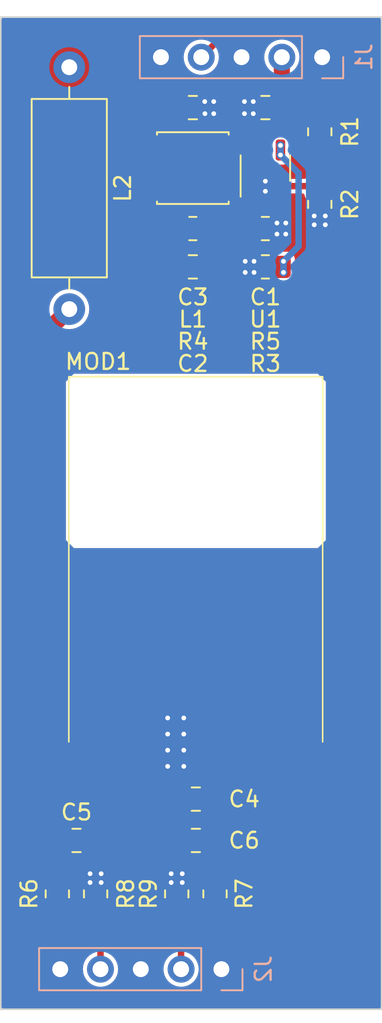
<source format=kicad_pcb>
(kicad_pcb (version 20221018) (generator pcbnew)
  (layers (0 "F.Cu" signal) (31 "B.Cu" signal) (34 "B.Paste" user) (35 "F.Paste" user) (36 "B.SilkS" user "B.Silkscreen") (37 "F.SilkS" user "F.Silkscreen") (38 "B.Mask" user) (39 "F.Mask" user) (44 "Edge.Cuts" user))
  (net 0 "")
  (net 1 "/BT+")
  (net 2 "GND")
  (net 3 "Net-(C2-Pad1)")
  (net 4 "Net-(U1-FB)")
  (net 5 "+5V")
  (net 6 "Net-(MOD1-R)")
  (net 7 "Net-(C5-Pad2)")
  (net 8 "Net-(C6-Pad1)")
  (net 9 "Net-(MOD1-L)")
  (net 10 "/EN")
  (net 11 "/L OUT")
  (net 12 "/R OUT")
  (net 13 "Net-(U1-SW)")
  (net 14 "Net-(U1-ISET)")
  (footprint "Resistor_SMD:R_0805_2012Metric_Pad1.20x1.40mm_HandSolder" (layer "F.Cu") (at 120.106251 61.798 90)
    (fp_text reference "R2" (at 0 1.905 90) (layer "F.SilkS"))
    (fp_text value "*")
    (fp_line (start -0.227064 -0.735) (end 0.227064 -0.735) (stroke (width 0.12)) (layer "F.SilkS"))
    (fp_line (start -0.227064 0.735) (end 0.227064 0.735) (stroke (width 0.12)) (layer "F.SilkS"))
    (pad "1" smd roundrect (at -1 0 90) (size 1.2 1.4) (layers "F.Cu" "F.Paste" "F.Mask") (roundrect_rratio 0.2083333333) (net 2 "GND"))
    (pad "2" smd roundrect (at 1 0 90) (size 1.2 1.4) (layers "F.Cu" "F.Paste" "F.Mask") (roundrect_rratio 0.2083333333) (net 10 "/EN"))
  )
  (footprint "Package_TO_SOT_SMD:SOT-23-6" (layer "F.Cu") (at 116.677251 59.512 90)
    (fp_text reference "U1" (at -9.525 0) (layer "F.SilkS"))
    (fp_text value "RT6208")
    (fp_line (start 0 -1.56) (end -1.8 -1.56) (stroke (width 0.12)) (layer "F.SilkS"))
    (fp_line (start 0 -1.56) (end 0.8 -1.56) (stroke (width 0.12)) (layer "F.SilkS"))
    (fp_line (start 0 1.56) (end -0.8 1.56) (stroke (width 0.12)) (layer "F.SilkS"))
    (fp_line (start 0 1.56) (end 0.8 1.56) (stroke (width 0.12)) (layer "F.SilkS"))
    (pad "1" smd roundrect (at -1.1375 -0.95 90) (size 1.325 0.6) (layers "F.Cu" "F.Paste" "F.Mask") (net 4 "Net-(U1-FB)"))
    (pad "2" smd roundrect (at -1.1375 0 90) (size 1.325 0.6) (layers "F.Cu" "F.Paste" "F.Mask") (net 2 "GND"))
    (pad "3" smd roundrect (at -1.1375 0.95 90) (size 1.325 0.6) (layers "F.Cu" "F.Paste" "F.Mask") (net 10 "/EN"))
    (pad "4" smd roundrect (at 1.1375 0.95 90) (size 1.325 0.6) (layers "F.Cu" "F.Paste" "F.Mask") (net 14 "Net-(U1-ISET)"))
    (pad "5" smd roundrect (at 1.1375 0 90) (size 1.325 0.6) (layers "F.Cu" "F.Paste" "F.Mask") (net 1 "/BT+"))
    (pad "6" smd roundrect (at 1.1375 -0.95 90) (size 1.325 0.6) (layers "F.Cu" "F.Paste" "F.Mask") (net 13 "Net-(U1-SW)"))
  )
  (footprint "Inductor_THT:L_Axial_L11.0mm_D4.5mm_P15.24mm_Horizontal_Fastron_MECC" (layer "F.Cu") (at 104.316251 53.157 -90)
    (fp_text reference "L2" (at 7.62 -3.37 90) (layer "F.SilkS"))
    (fp_text value "TBD")
    (fp_line (start 1.24 0) (end 2 0) (stroke (width 0.12)) (layer "F.SilkS"))
    (fp_line (start 2 -2.37) (end 2 2.37) (stroke (width 0.12)) (layer "F.SilkS"))
    (fp_line (start 2 2.37) (end 13.24 2.37) (stroke (width 0.12)) (layer "F.SilkS"))
    (fp_line (start 13.24 -2.37) (end 2 -2.37) (stroke (width 0.12)) (layer "F.SilkS"))
    (fp_line (start 13.24 2.37) (end 13.24 -2.37) (stroke (width 0.12)) (layer "F.SilkS"))
    (fp_line (start 14 0) (end 13.24 0) (stroke (width 0.12)) (layer "F.SilkS"))
    (pad "1" thru_hole circle (at 0 0 270) (size 2 2) (drill 1) (layers "*.Cu" "*.Mask") (net 3 "Net-(C2-Pad1)"))
    (pad "2" thru_hole oval (at 15.24 0 270) (size 2 2) (drill 1) (layers "*.Cu" "*.Mask") (net 5 "+5V"))
  )
  (footprint "Capacitor_SMD:C_0805_2012Metric_Pad1.18x1.45mm_HandSolder" (layer "F.Cu") (at 112.295751 99.263 180)
    (fp_text reference "C4" (at -3.048 0) (layer "F.SilkS"))
    (fp_text value "10µF")
    (fp_line (start -0.261252 -0.735) (end 0.261252 -0.735) (stroke (width 0.12)) (layer "F.SilkS"))
    (fp_line (start -0.261252 0.735) (end 0.261252 0.735) (stroke (width 0.12)) (layer "F.SilkS"))
    (pad "1" smd roundrect (at -1.0375 0 180) (size 1.175 1.45) (layers "F.Cu" "F.Paste" "F.Mask") (roundrect_rratio 0.2127659574) (net 5 "+5V"))
    (pad "2" smd roundrect (at 1.0375 0 180) (size 1.175 1.45) (layers "F.Cu" "F.Paste" "F.Mask") (roundrect_rratio 0.2127659574) (net 2 "GND"))
  )
  (footprint "Resistor_SMD:R_0805_2012Metric_Pad1.20x1.40mm_HandSolder" (layer "F.Cu") (at 116.677251 65.735)
    (fp_text reference "R3" (at 0 6.096) (layer "F.SilkS"))
    (fp_text value "#")
    (fp_line (start -0.227064 -0.735) (end 0.227064 -0.735) (stroke (width 0.12)) (layer "F.SilkS"))
    (fp_line (start -0.227064 0.735) (end 0.227064 0.735) (stroke (width 0.12)) (layer "F.SilkS"))
    (pad "1" smd roundrect (at -1 0) (size 1.2 1.4) (layers "F.Cu" "F.Paste" "F.Mask") (roundrect_rratio 0.2083333333) (net 2 "GND"))
    (pad "2" smd roundrect (at 1 0) (size 1.2 1.4) (layers "F.Cu" "F.Paste" "F.Mask") (roundrect_rratio 0.2083333333) (net 14 "Net-(U1-ISET)"))
  )
  (footprint "Resistor_SMD:R_0805_2012Metric_Pad1.20x1.40mm_HandSolder" (layer "F.Cu") (at 120.106251 57.226 90)
    (fp_text reference "R1" (at 0 1.905 90) (layer "F.SilkS"))
    (fp_text value "*")
    (fp_line (start -0.227064 -0.735) (end 0.227064 -0.735) (stroke (width 0.12)) (layer "F.SilkS"))
    (fp_line (start -0.227064 0.735) (end 0.227064 0.735) (stroke (width 0.12)) (layer "F.SilkS"))
    (pad "1" smd roundrect (at -1 0 90) (size 1.2 1.4) (layers "F.Cu" "F.Paste" "F.Mask") (roundrect_rratio 0.2083333333) (net 10 "/EN"))
    (pad "2" smd roundrect (at 1 0 90) (size 1.2 1.4) (layers "F.Cu" "F.Paste" "F.Mask") (roundrect_rratio 0.2083333333) (net 1 "/BT+"))
  )
  (footprint "Inductor_SMD:L_Changjiang_FNR4026S" (layer "F.Cu") (at 112.105251 59.512 180)
    (fp_text reference "L1" (at 0 -9.525) (layer "F.SilkS"))
    (fp_text value "100µH")
    (fp_line (start -2.26 -2.26) (end -2.26 -2.11) (stroke (width 0.12)) (layer "F.SilkS"))
    (fp_line (start -2.26 -2.26) (end 2.26 -2.26) (stroke (width 0.12)) (layer "F.SilkS"))
    (fp_line (start -2.26 2.26) (end -2.26 2.11) (stroke (width 0.12)) (layer "F.SilkS"))
    (fp_line (start -2.26 2.26) (end 2.26 2.26) (stroke (width 0.12)) (layer "F.SilkS"))
    (fp_line (start 2.26 -2.26) (end 2.26 -2.11) (stroke (width 0.12)) (layer "F.SilkS"))
    (fp_line (start 2.26 2.26) (end 2.26 2.11) (stroke (width 0.12)) (layer "F.SilkS"))
    (pad "1" smd rect (at -1.5 0 180) (size 1.1 3.7) (layers "F.Cu" "F.Paste" "F.Mask") (net 13 "Net-(U1-SW)"))
    (pad "2" smd rect (at 1.5 0 180) (size 1.1 3.7) (layers "F.Cu" "F.Paste" "F.Mask") (net 3 "Net-(C2-Pad1)"))
  )
  (footprint "Resistor_SMD:R_0805_2012Metric_Pad1.20x1.40mm_HandSolder" (layer "F.Cu") (at 113.502251 105.232 90)
    (fp_text reference "R7" (at 0 1.8415 90) (layer "F.SilkS"))
    (fp_text value "TBD")
    (fp_line (start -0.227064 -0.735) (end 0.227064 -0.735) (stroke (width 0.12)) (layer "F.SilkS"))
    (fp_line (start -0.227064 0.735) (end 0.227064 0.735) (stroke (width 0.12)) (layer "F.SilkS"))
    (pad "1" smd roundrect (at -1 0 90) (size 1.2 1.4) (layers "F.Cu" "F.Paste" "F.Mask") (roundrect_rratio 0.2083333333) (net 11 "/L OUT"))
    (pad "2" smd roundrect (at 1 0 90) (size 1.2 1.4) (layers "F.Cu" "F.Paste" "F.Mask") (roundrect_rratio 0.2083333333) (net 8 "Net-(C6-Pad1)"))
  )
  (footprint "Resistor_SMD:R_0805_2012Metric_Pad1.20x1.40mm_HandSolder" (layer "F.Cu") (at 111.089251 105.232 -90)
    (fp_text reference "R9" (at 0 1.778 90) (layer "F.SilkS"))
    (fp_text value "22K")
    (fp_line (start -0.227064 -0.735) (end 0.227064 -0.735) (stroke (width 0.12)) (layer "F.SilkS"))
    (fp_line (start -0.227064 0.735) (end 0.227064 0.735) (stroke (width 0.12)) (layer "F.SilkS"))
    (pad "1" smd roundrect (at -1 0 270) (size 1.2 1.4) (layers "F.Cu" "F.Paste" "F.Mask") (roundrect_rratio 0.2083333333) (net 2 "GND"))
    (pad "2" smd roundrect (at 1 0 270) (size 1.2 1.4) (layers "F.Cu" "F.Paste" "F.Mask") (roundrect_rratio 0.2083333333) (net 11 "/L OUT"))
  )
  (footprint "Resistor_SMD:R_0805_2012Metric_Pad1.20x1.40mm_HandSolder" (layer "F.Cu") (at 105.977501 105.232 -90)
    (fp_text reference "R8" (at 0 -1.905 90) (layer "F.SilkS"))
    (fp_text value "22K")
    (fp_line (start -0.227064 -0.735) (end 0.227064 -0.735) (stroke (width 0.12)) (layer "F.SilkS"))
    (fp_line (start -0.227064 0.735) (end 0.227064 0.735) (stroke (width 0.12)) (layer "F.SilkS"))
    (pad "1" smd roundrect (at -1 0 270) (size 1.2 1.4) (layers "F.Cu" "F.Paste" "F.Mask") (roundrect_rratio 0.2083333333) (net 2 "GND"))
    (pad "2" smd roundrect (at 1 0 270) (size 1.2 1.4) (layers "F.Cu" "F.Paste" "F.Mask") (roundrect_rratio 0.2083333333) (net 12 "/R OUT"))
  )
  (footprint "Capacitor_SMD:C_0805_2012Metric_Pad1.18x1.45mm_HandSolder" (layer "F.Cu") (at 104.771001 101.8665 180)
    (fp_text reference "C5" (at 0 1.778) (layer "F.SilkS"))
    (fp_text value "10µF")
    (fp_line (start -0.261252 -0.735) (end 0.261252 -0.735) (stroke (width 0.12)) (layer "F.SilkS"))
    (fp_line (start -0.261252 0.735) (end 0.261252 0.735) (stroke (width 0.12)) (layer "F.SilkS"))
    (pad "1" smd roundrect (at -1.0375 0 180) (size 1.175 1.45) (layers "F.Cu" "F.Paste" "F.Mask") (roundrect_rratio 0.2127659574) (net 6 "Net-(MOD1-R)"))
    (pad "2" smd roundrect (at 1.0375 0 180) (size 1.175 1.45) (layers "F.Cu" "F.Paste" "F.Mask") (roundrect_rratio 0.2127659574) (net 7 "Net-(C5-Pad2)"))
  )
  (footprint "Capacitor_SMD:C_0805_2012Metric_Pad1.18x1.45mm_HandSolder" (layer "F.Cu") (at 112.105251 55.702)
    (fp_text reference "C3" (at 0 11.938) (layer "F.SilkS"))
    (fp_text value "10µF")
    (fp_line (start -0.261252 -0.735) (end 0.261252 -0.735) (stroke (width 0.12)) (layer "F.SilkS"))
    (fp_line (start -0.261252 0.735) (end 0.261252 0.735) (stroke (width 0.12)) (layer "F.SilkS"))
    (pad "1" smd roundrect (at -1.0375 0) (size 1.175 1.45) (layers "F.Cu" "F.Paste" "F.Mask") (roundrect_rratio 0.2127659574) (net 3 "Net-(C2-Pad1)"))
    (pad "2" smd roundrect (at 1.0375 0) (size 1.175 1.45) (layers "F.Cu" "F.Paste" "F.Mask") (roundrect_rratio 0.2127659574) (net 2 "GND"))
  )
  (footprint "Resistor_SMD:R_0805_2012Metric_Pad1.20x1.40mm_HandSolder" (layer "F.Cu") (at 116.677251 63.322 180)
    (fp_text reference "R5" (at 0 -7.112) (layer "F.SilkS"))
    (fp_text value "24K")
    (fp_line (start -0.227064 -0.735) (end 0.227064 -0.735) (stroke (width 0.12)) (layer "F.SilkS"))
    (fp_line (start -0.227064 0.735) (end 0.227064 0.735) (stroke (width 0.12)) (layer "F.SilkS"))
    (pad "1" smd roundrect (at -1 0 180) (size 1.2 1.4) (layers "F.Cu" "F.Paste" "F.Mask") (roundrect_rratio 0.2083333333) (net 2 "GND"))
    (pad "2" smd roundrect (at 1 0 180) (size 1.2 1.4) (layers "F.Cu" "F.Paste" "F.Mask") (roundrect_rratio 0.2083333333) (net 4 "Net-(U1-FB)"))
  )
  (footprint "Resistor_SMD:R_0805_2012Metric_Pad1.20x1.40mm_HandSolder" (layer "F.Cu") (at 103.564501 105.232 90)
    (fp_text reference "R6" (at 0 -1.778 90) (layer "F.SilkS"))
    (fp_text value "TBD")
    (fp_line (start -0.227064 -0.735) (end 0.227064 -0.735) (stroke (width 0.12)) (layer "F.SilkS"))
    (fp_line (start -0.227064 0.735) (end 0.227064 0.735) (stroke (width 0.12)) (layer "F.SilkS"))
    (pad "1" smd roundrect (at -1 0 90) (size 1.2 1.4) (layers "F.Cu" "F.Paste" "F.Mask") (roundrect_rratio 0.2083333333) (net 12 "/R OUT"))
    (pad "2" smd roundrect (at 1 0 90) (size 1.2 1.4) (layers "F.Cu" "F.Paste" "F.Mask") (roundrect_rratio 0.2083333333) (net 7 "Net-(C5-Pad2)"))
  )
  (footprint "Capacitor_SMD:C_0805_2012Metric_Pad1.18x1.45mm_HandSolder" (layer "F.Cu") (at 116.677251 55.702 180)
    (fp_text reference "C1" (at 0 -11.938) (layer "F.SilkS"))
    (fp_text value "10µF")
    (fp_line (start -0.261252 -0.735) (end 0.261252 -0.735) (stroke (width 0.12)) (layer "F.SilkS"))
    (fp_line (start -0.261252 0.735) (end 0.261252 0.735) (stroke (width 0.12)) (layer "F.SilkS"))
    (pad "1" smd roundrect (at -1.0375 0 180) (size 1.175 1.45) (layers "F.Cu" "F.Paste" "F.Mask") (roundrect_rratio 0.2127659574) (net 1 "/BT+"))
    (pad "2" smd roundrect (at 1.0375 0 180) (size 1.175 1.45) (layers "F.Cu" "F.Paste" "F.Mask") (roundrect_rratio 0.2127659574) (net 2 "GND"))
  )
  (footprint "Resistor_SMD:R_0805_2012Metric_Pad1.20x1.40mm_HandSolder" (layer "F.Cu") (at 112.105251 63.322 180)
    (fp_text reference "R4" (at 0 -7.112) (layer "F.SilkS"))
    (fp_text value "126K")
    (fp_line (start -0.227064 -0.735) (end 0.227064 -0.735) (stroke (width 0.12)) (layer "F.SilkS"))
    (fp_line (start -0.227064 0.735) (end 0.227064 0.735) (stroke (width 0.12)) (layer "F.SilkS"))
    (pad "1" smd roundrect (at -1 0 180) (size 1.2 1.4) (layers "F.Cu" "F.Paste" "F.Mask") (roundrect_rratio 0.2083333333) (net 4 "Net-(U1-FB)"))
    (pad "2" smd roundrect (at 1 0 180) (size 1.2 1.4) (layers "F.Cu" "F.Paste" "F.Mask") (roundrect_rratio 0.2083333333) (net 3 "Net-(C2-Pad1)"))
  )
  (footprint "Capacitor_SMD:C_0805_2012Metric_Pad1.18x1.45mm_HandSolder" (layer "F.Cu") (at 112.295751 101.8665 180)
    (fp_text reference "C6" (at -3.048 0) (layer "F.SilkS"))
    (fp_text value "10µF")
    (fp_line (start -0.261252 -0.735) (end 0.261252 -0.735) (stroke (width 0.12)) (layer "F.SilkS"))
    (fp_line (start -0.261252 0.735) (end 0.261252 0.735) (stroke (width 0.12)) (layer "F.SilkS"))
    (pad "1" smd roundrect (at -1.0375 0 180) (size 1.175 1.45) (layers "F.Cu" "F.Paste" "F.Mask") (roundrect_rratio 0.2127659574) (net 8 "Net-(C6-Pad1)"))
    (pad "2" smd roundrect (at 1.0375 0 180) (size 1.175 1.45) (layers "F.Cu" "F.Paste" "F.Mask") (roundrect_rratio 0.2127659574) (net 9 "Net-(MOD1-L)"))
  )
  (footprint "Capacitor_SMD:C_0805_2012Metric_Pad1.18x1.45mm_HandSolder" (layer "F.Cu") (at 112.105251 65.735)
    (fp_text reference "C2" (at 0 6.096) (layer "F.SilkS"))
    (fp_text value "150pF")
    (fp_line (start -0.261252 -0.735) (end 0.261252 -0.735) (stroke (width 0.12)) (layer "F.SilkS"))
    (fp_line (start -0.261252 0.735) (end 0.261252 0.735) (stroke (width 0.12)) (layer "F.SilkS"))
    (pad "1" smd roundrect (at -1.0375 0) (size 1.175 1.45) (layers "F.Cu" "F.Paste" "F.Mask") (roundrect_rratio 0.2127659574) (net 3 "Net-(C2-Pad1)"))
    (pad "2" smd roundrect (at 1.0375 0) (size 1.175 1.45) (layers "F.Cu" "F.Paste" "F.Mask") (roundrect_rratio 0.2127659574) (net 4 "Net-(U1-FB)"))
  )
  (footprint "My_Footprints:MH-M18" (layer "F.Cu") (at 112.288001 84.1555)
    (fp_text reference "MOD1" (at -6.15175 -12.4515 unlocked) (layer "F.SilkS"))
    (fp_text value "MH-M18")
    (fp_line (start -8 -11.5) (end 0 -11.5) (stroke (width 0.1)) (layer "F.SilkS"))
    (fp_line (start -8 11.5) (end -8 -11.5) (stroke (width 0.1)) (layer "F.SilkS"))
    (fp_line (start 0 -11.5) (end 8 -11.5) (stroke (width 0.1)) (layer "F.SilkS"))
    (fp_line (start 8 -11.5) (end 8 11.5) (stroke (width 0.1)) (layer "F.SilkS"))
    (pad "1" smd roundrect (at -6.35 11.5 90) (size 4 2) (layers "F.Cu" "F.Paste" "F.Mask") (net 6 "Net-(MOD1-R)"))
    (pad "2" smd roundrect (at -3.81 11.5 90) (size 4 2) (layers "F.Cu" "F.Paste" "F.Mask") (net 9 "Net-(MOD1-L)"))
    (pad "3" smd roundrect (at -1.27 11.5 90) (size 4 2) (layers "F.Cu" "F.Paste" "F.Mask") (net 2 "GND"))
    (pad "4" smd roundrect (at 1.27 11.5 90) (size 4 2) (layers "F.Cu" "F.Paste" "F.Mask") (net 5 "+5V"))
    (pad "5" smd roundrect (at 3.81 11.5 90) (size 4 2) (layers "F.Cu" "F.Paste" "F.Mask"))
    (pad "6" smd roundrect (at 6.35 11.5 90) (size 4 2) (layers "F.Cu" "F.Paste" "F.Mask"))
  )
  (footprint "Connector_PinHeader_2.54mm:PinHeader_1x05_P2.54mm_Vertical" (layer "B.Cu") (at 120.255 52.525 90)
    (fp_text reference "J1" (at 0.002 2.645251 90) (layer "B.SilkS") (effects (justify mirror)))
    (fp_text value "BT Power")
    (fp_line (start -1.33 -11.49) (end 1.33 -11.49) (stroke (width 0.12)) (layer "B.SilkS"))
    (fp_line (start -1.33 -1.27) (end -1.33 -11.49) (stroke (width 0.12)) (layer "B.SilkS"))
    (fp_line (start -1.33 -1.27) (end 1.33 -1.27) (stroke (width 0.12)) (layer "B.SilkS"))
    (fp_line (start -1.33 0) (end -1.33 1.33) (stroke (width 0.12)) (layer "B.SilkS"))
    (fp_line (start -1.33 1.33) (end 0 1.33) (stroke (width 0.12)) (layer "B.SilkS"))
    (fp_line (start 1.33 -1.27) (end 1.33 -11.49) (stroke (width 0.12)) (layer "B.SilkS"))
    (pad "1" thru_hole rect (at 0 0 90) (size 1.7 1.7) (drill 1) (layers "*.Cu" "*.Mask") (net 2 "GND"))
    (pad "2" thru_hole oval (at 0 -2.54 90) (size 1.7 1.7) (drill 1) (layers "*.Cu" "*.Mask") (net 1 "/BT+"))
    (pad "3" thru_hole oval (at 0 -5.08 90) (size 1.7 1.7) (drill 1) (layers "*.Cu" "*.Mask") (net 2 "GND"))
    (pad "4" thru_hole oval (at 0 -7.62 90) (size 1.7 1.7) (drill 1) (layers "*.Cu" "*.Mask") (net 10 "/EN"))
    (pad "5" thru_hole oval (at 0 -10.16 90) (size 1.7 1.7) (drill 1) (layers "*.Cu" "*.Mask") (net 2 "GND"))
  )
  (footprint "Connector_PinHeader_2.54mm:PinHeader_1x05_P2.54mm_Vertical" (layer "B.Cu") (at 113.905 109.975 90)
    (fp_text reference "J2" (at 0 2.645251 90) (layer "B.SilkS") (effects (justify mirror)))
    (fp_text value "BT Audio")
    (fp_line (start -1.33 -11.49) (end 1.33 -11.49) (stroke (width 0.12)) (layer "B.SilkS"))
    (fp_line (start -1.33 -1.27) (end -1.33 -11.49) (stroke (width 0.12)) (layer "B.SilkS"))
    (fp_line (start -1.33 -1.27) (end 1.33 -1.27) (stroke (width 0.12)) (layer "B.SilkS"))
    (fp_line (start -1.33 0) (end -1.33 1.33) (stroke (width 0.12)) (layer "B.SilkS"))
    (fp_line (start -1.33 1.33) (end 0 1.33) (stroke (width 0.12)) (layer "B.SilkS"))
    (fp_line (start 1.33 -1.27) (end 1.33 -11.49) (stroke (width 0.12)) (layer "B.SilkS"))
    (pad "1" thru_hole rect (at 0 0 90) (size 1.7 1.7) (drill 1) (layers "*.Cu" "*.Mask") (net 2 "GND"))
    (pad "2" thru_hole oval (at 0 -2.54 90) (size 1.7 1.7) (drill 1) (layers "*.Cu" "*.Mask") (net 11 "/L OUT"))
    (pad "3" thru_hole oval (at 0 -5.08 90) (size 1.7 1.7) (drill 1) (layers "*.Cu" "*.Mask") (net 2 "GND"))
    (pad "4" thru_hole oval (at 0 -7.62 90) (size 1.7 1.7) (drill 1) (layers "*.Cu" "*.Mask") (net 12 "/R OUT"))
    (pad "5" thru_hole oval (at 0 -10.16 90) (size 1.7 1.7) (drill 1) (layers "*.Cu" "*.Mask") (net 2 "GND"))
  )
  (gr_line (start 124 50) (end 124 112.5) (stroke (width 0.1)) (layer "Edge.Cuts"))
  (gr_line (start 100 112.5) (end 100 50) (stroke (width 0.1)) (layer "Edge.Cuts"))
  (gr_line (start 124 112.5) (end 100 112.5) (stroke (width 0.1)) (layer "Edge.Cuts"))
  (gr_line (start 100 50) (end 124 50) (stroke (width 0.1)) (layer "Edge.Cuts"))
  (segment (start 117.715 55.701751) (end 117.714751 55.702) (width 1.016) (layer "F.Cu") (net 1))
  (segment (start 117.715 52.525) (end 117.715 55.701751) (width 1.016) (layer "F.Cu") (net 1))
  (segment (start 111.258251 99.263) (end 111.258251 95.89575) (width 1.016) (layer "F.Cu") (net 2))
  (segment (start 111.258251 95.89575) (end 111.018001 95.6555) (width 1.016) (layer "F.Cu") (net 2))
  (via (at 115.407251 65.38575) (size 0.5) (drill 0.3) (layers "F.Cu" "B.Cu") (net 2))
  (via (at 119.757001 63.083875) (size 0.5) (drill 0.3) (layers "F.Cu" "B.Cu") (net 2))
  (via (at 115.915251 56.083) (size 0.5) (drill 0.3) (layers "F.Cu" "B.Cu") (net 2))
  (via (at 112.867251 56.083) (size 0.5) (drill 0.3) (layers "F.Cu" "B.Cu") (net 2))
  (via (at 106.326751 103.962) (size 0.5) (drill 0.3) (layers "F.Cu" "B.Cu") (net 2))
  (via (at 115.962876 65.38575) (size 0.5) (drill 0.3) (layers "F.Cu" "B.Cu") (net 2))
  (via (at 111.533751 94.15125) (size 0.5) (drill 0.3) (layers "F.Cu" "B.Cu") (net 2))
  (via (at 115.359626 55.321) (size 0.5) (drill 0.3) (layers "F.Cu" "B.Cu") (net 2))
  (via (at 112.855251 55.321) (size 0.5) (drill 0.3) (layers "F.Cu" "B.Cu") (net 2))
  (via (at 119.757001 62.52825) (size 0.5) (drill 0.3) (layers "F.Cu" "B.Cu") (net 2))
  (via (at 116.677251 60.3375) (size 0.5) (drill 0.3) (layers "F.Cu" "B.Cu") (net 2))
  (via (at 117.407501 62.97275) (size 0.5) (drill 0.3) (layers "F.Cu" "B.Cu") (net 2))
  (via (at 111.438501 104.517625) (size 0.5) (drill 0.3) (layers "F.Cu" "B.Cu") (net 2))
  (via (at 115.407251 66.08425) (size 0.5) (drill 0.3) (layers "F.Cu" "B.Cu") (net 2))
  (via (at 110.740001 104.517625) (size 0.5) (drill 0.3) (layers "F.Cu" "B.Cu") (net 2))
  (via (at 106.326751 104.517625) (size 0.5) (drill 0.3) (layers "F.Cu" "B.Cu") (net 2))
  (via (at 111.533751 96.18325) (size 0.5) (drill 0.3) (layers "F.Cu" "B.Cu") (net 2))
  (via (at 111.533751 97.19925) (size 0.5) (drill 0.3) (layers "F.Cu" "B.Cu") (net 2))
  (via (at 105.628251 104.517625) (size 0.5) (drill 0.3) (layers "F.Cu" "B.Cu") (net 2))
  (via (at 110.740001 103.962) (size 0.5) (drill 0.3) (layers "F.Cu" "B.Cu") (net 2))
  (via (at 115.915251 55.321) (size 0.5) (drill 0.3) (layers "F.Cu" "B.Cu") (net 2))
  (via (at 111.533751 95.16725) (size 0.5) (drill 0.3) (layers "F.Cu" "B.Cu") (net 2))
  (via (at 120.455501 62.52825) (size 0.5) (drill 0.3) (layers "F.Cu" "B.Cu") (net 2))
  (via (at 117.963126 62.97275) (size 0.5) (drill 0.3) (layers "F.Cu" "B.Cu") (net 2))
  (via (at 110.517751 95.16725) (size 0.5) (drill 0.3) (layers "F.Cu" "B.Cu") (net 2))
  (via (at 116.677251 60.9725) (size 0.5) (drill 0.3) (layers "F.Cu" "B.Cu") (net 2))
  (via (at 113.422876 56.083) (size 0.5) (drill 0.3) (layers "F.Cu" "B.Cu") (net 2))
  (via (at 117.963126 63.67125) (size 0.5) (drill 0.3) (layers "F.Cu" "B.Cu") (net 2))
  (via (at 111.438501 103.962) (size 0.5) (drill 0.3) (layers "F.Cu" "B.Cu") (net 2))
  (via (at 115.962876 66.08425) (size 0.5) (drill 0.3) (layers "F.Cu" "B.Cu") (net 2))
  (via (at 115.359626 56.083) (size 0.5) (drill 0.3) (layers "F.Cu" "B.Cu") (net 2))
  (via (at 110.517751 94.15125) (size 0.5) (drill 0.3) (layers "F.Cu" "B.Cu") (net 2))
  (via (at 110.517751 96.18325) (size 0.5) (drill 0.3) (layers "F.Cu" "B.Cu") (net 2))
  (via (at 110.517751 97.19925) (size 0.5) (drill 0.3) (layers "F.Cu" "B.Cu") (net 2))
  (via (at 120.455501 63.083875) (size 0.5) (drill 0.3) (layers "F.Cu" "B.Cu") (net 2))
  (via (at 117.407501 63.67125) (size 0.5) (drill 0.3) (layers "F.Cu" "B.Cu") (net 2))
  (via (at 105.628251 103.962) (size 0.5) (drill 0.3) (layers "F.Cu" "B.Cu") (net 2))
  (via (at 113.422876 55.321) (size 0.5) (drill 0.3) (layers "F.Cu" "B.Cu") (net 2))
  (segment (start 111.105251 65.6975) (end 111.067751 65.735) (width 0.508) (layer "F.Cu") (net 3))
  (segment (start 115.727251 63.272) (end 115.677251 63.322) (width 0.508) (layer "F.Cu") (net 4))
  (segment (start 113.105251 65.6975) (end 113.142751 65.735) (width 0.508) (layer "F.Cu") (net 4))
  (segment (start 111.977316 85.609565) (end 103.595316 85.609565) (width 1.016) (layer "F.Cu") (net 5))
  (segment (start 113.558001 95.6555) (end 113.558001 87.19025) (width 1.016) (layer "F.Cu") (net 5))
  (segment (start 113.558001 87.19025) (end 111.977316 85.609565) (width 1.016) (layer "F.Cu") (net 5))
  (segment (start 113.333251 99.263) (end 113.333251 95.88025) (width 1.016) (layer "F.Cu") (net 5))
  (segment (start 103.595316 85.609565) (end 102.040501 84.05475) (width 1.016) (layer "F.Cu") (net 5))
  (segment (start 113.333251 95.88025) (end 113.558001 95.6555) (width 1.016) (layer "F.Cu") (net 5))
  (segment (start 102.040501 84.05475) (end 102.040501 70.67275) (width 1.016) (layer "F.Cu") (net 5))
  (segment (start 102.040501 70.67275) (end 104.316251 68.397) (width 1.016) (layer "F.Cu") (net 5))
  (segment (start 105.652251 101.71025) (end 105.808501 101.8665) (width 0.4064) (layer "F.Cu") (net 6))
  (segment (start 105.938001 101.737) (end 105.808501 101.8665) (width 0.4064) (layer "F.Cu") (net 6))
  (segment (start 105.938001 95.6555) (end 105.938001 101.737) (width 0.4064) (layer "F.Cu") (net 6))
  (segment (start 103.733501 104.063) (end 103.564501 104.232) (width 0.4064) (layer "F.Cu") (net 7))
  (segment (start 103.733501 101.8665) (end 103.733501 104.063) (width 0.4064) (layer "F.Cu") (net 7))
  (segment (start 113.333251 104.063) (end 113.502251 104.232) (width 0.4064) (layer "F.Cu") (net 8))
  (segment (start 113.333251 101.8665) (end 113.333251 104.063) (width 0.4064) (layer "F.Cu") (net 8))
  (segment (start 108.478001 95.6555) (end 108.478001 99.08625) (width 0.4064) (layer "F.Cu") (net 9))
  (segment (start 108.478001 99.08625) (end 111.258251 101.8665) (width 0.4064) (layer "F.Cu") (net 9))
  (segment (start 114.12525 51.03475) (end 112.635 52.525) (width 0.4064) (layer "F.Cu") (net 10))
  (segment (start 117.627251 60.6495) (end 119.957751 60.6495) (width 0.4064) (layer "F.Cu") (net 10))
  (segment (start 121.344501 51.03475) (end 114.12525 51.03475) (width 0.4064) (layer "F.Cu") (net 10))
  (segment (start 120.106251 58.226) (end 121.011251 58.226) (width 0.4064) (layer "F.Cu") (net 10))
  (segment (start 120.106251 58.226) (end 120.106251 60.798) (width 0.4064) (layer "F.Cu") (net 10))
  (segment (start 121.789001 51.47925) (end 121.344501 51.03475) (width 0.4064) (layer "F.Cu") (net 10))
  (segment (start 119.957751 60.6495) (end 120.106251 60.798) (width 0.508) (layer "F.Cu") (net 10))
  (segment (start 121.011251 58.226) (end 121.789001 57.44825) (width 0.4064) (layer "F.Cu") (net 10))
  (segment (start 121.789001 57.44825) (end 121.789001 51.47925) (width 0.4064) (layer "F.Cu") (net 10))
  (segment (start 111.365 109.975) (end 111.365 106.507749) (width 0.4064) (layer "F.Cu") (net 11))
  (segment (start 111.089251 106.232) (end 113.502251 106.232) (width 0.4064) (layer "F.Cu") (net 11))
  (segment (start 111.365 106.507749) (end 111.089251 106.232) (width 0.4064) (layer "F.Cu") (net 11))
  (segment (start 103.564501 106.232) (end 105.977501 106.232) (width 0.4064) (layer "F.Cu") (net 12))
  (segment (start 106.285 109.975) (end 106.285 106.539499) (width 0.4064) (layer "F.Cu") (net 12))
  (segment (start 106.285 106.539499) (end 105.977501 106.232) (width 0.4064) (layer "F.Cu") (net 12))
  (via (at 117.820251 66.08425) (size 0.5) (drill 0.3) (layers "F.Cu" "B.Cu") (net 14))
  (via (at 117.629751 58.08325) (size 0.5) (drill 0.3) (layers "F.Cu" "B.Cu") (net 14))
  (via (at 117.820251 65.38575) (size 0.5) (drill 0.3) (layers "F.Cu" "B.Cu") (net 14))
  (via (at 117.629751 58.6865) (size 0.5) (drill 0.3) (layers "F.Cu" "B.Cu") (net 14))
  (segment (start 117.629751 58.08325) (end 117.629751 58.369) (width 0.4064) (layer "B.Cu") (net 14))
  (segment (start 118.772751 59.8295) (end 118.772751 64.43325) (width 0.4064) (layer "B.Cu") (net 14))
  (segment (start 117.629751 58.6865) (end 118.772751 59.8295) (width 0.4064) (layer "B.Cu") (net 14))
  (segment (start 118.772751 64.43325) (end 117.820251 65.38575) (width 0.4064) (layer "B.Cu") (net 14))
  (segment (start 117.820251 65.38575) (end 117.820251 66.08425) (width 0.4064) (layer "B.Cu") (net 14))
  (segment (start 117.629751 58.369) (end 117.629751 58.6865) (width 0.4064) (layer "B.Cu") (net 14))
  (zone (net 3) (net_name "Net-(C2-Pad1)") (layer "F.Cu") (priority 3) (connect_pads yes (clearance 0.254)) (min_thickness 0.254) (fill yes (thermal_gap 0.254) (thermal_bridge_width 0.254) (smoothing fillet) (radius 0.254) (island_removal_mode 1) (island_area_min 9.999999))
    (polygon (pts (xy 111.978251 54.6225) (xy 111.978251 66.84625) (xy 110.105001 66.84625) (xy 110.105001 61.9885) (xy 109.787501 61.671) (xy 102.453251 61.671) (xy 102.453251 51.28875) (xy 106.168001 51.28875) (xy 106.168001 53.6065) (xy 107.184001 54.6225)))
  )
  (zone (net 1) (net_name "/BT+") (layer "F.Cu") (priority 3) (connect_pads yes (clearance 0.254)) (min_thickness 0.254) (fill yes (thermal_gap 0.254) (thermal_bridge_width 0.254) (smoothing fillet) (radius 0.254))
    (polygon (pts (xy 121.154001 54.6225) (xy 121.154001 57.226) (xy 117.121751 57.226) (xy 116.994751 57.353) (xy 116.994751 59.385) (xy 116.359751 59.385) (xy 116.359751 56.7815) (xy 116.677251 56.464) (xy 116.677251 54.6225) (xy 116.963001 54.6225) (xy 117.185251 54.40025) (xy 118.233001 54.40025) (xy 118.455251 54.6225)))
  )
  (zone (net 4) (net_name "Net-(U1-FB)") (layer "F.Cu") (priority 3) (connect_pads yes (clearance 0.254)) (min_thickness 0.254) (fill yes (thermal_gap 0.254) (thermal_bridge_width 0.254) (smoothing fillet) (radius 0.254) (island_removal_mode 1) (island_area_min 9.999999))
    (polygon (pts (xy 114.740501 61.925) (xy 114.740501 59.8295) (xy 114.931001 59.639) (xy 116.042251 59.639) (xy 116.042251 61.925) (xy 116.677251 62.56) (xy 116.677251 64.4015) (xy 114.423001 64.4015) (xy 114.105501 64.719) (xy 114.105501 66.84625) (xy 112.232251 66.84625) (xy 112.232251 61.925)))
  )
  (zone (net 13) (net_name "Net-(U1-SW)") (layer "F.Cu") (priority 3) (connect_pads yes (clearance 0.254)) (min_thickness 0.254) (fill yes (thermal_gap 0.254) (thermal_bridge_width 0.254) (smoothing fillet) (radius 0.254) (island_removal_mode 1) (island_area_min 9.999999))
    (polygon (pts (xy 116.042251 57.353) (xy 116.042251 59.385) (xy 114.804001 59.385) (xy 114.486501 59.7025) (xy 114.486501 61.671) (xy 112.232251 61.671) (xy 112.232251 57.353)))
  )
  (zone (net 2) (net_name "GND") (layers "F&B.Cu") (priority 3) (connect_pads yes (clearance 0.254)) (min_thickness 0.254) (fill yes (thermal_gap 0.254) (thermal_bridge_width 0.254) (smoothing fillet) (radius 0.254))
    (polygon (pts (xy 100 50) (xy 124 50) (xy 124 112.5) (xy 100 112.5)))
  )
  (zone (net 0) (net_name "") (layers "F&B.Cu" "User.4") (connect_pads yes (clearance 0)) (min_thickness 0.254)
    (keepout (tracks allowed) (vias allowed) (pads allowed) (copperpour not_allowed) (footprints allowed))
    (fill (thermal_gap 0.254) (thermal_bridge_width 0.254) (island_removal_mode 1) (island_area_min 9.999999))
    (polygon (pts (xy 119.979251 72.466) (xy 120.487251 72.974) (xy 120.487251 82.9435) (xy 119.979251 83.4515) (xy 104.612251 83.4515) (xy 104.104251 82.9435) (xy 104.104251 72.966) (xy 104.604251 72.466)))
  )
)
</source>
